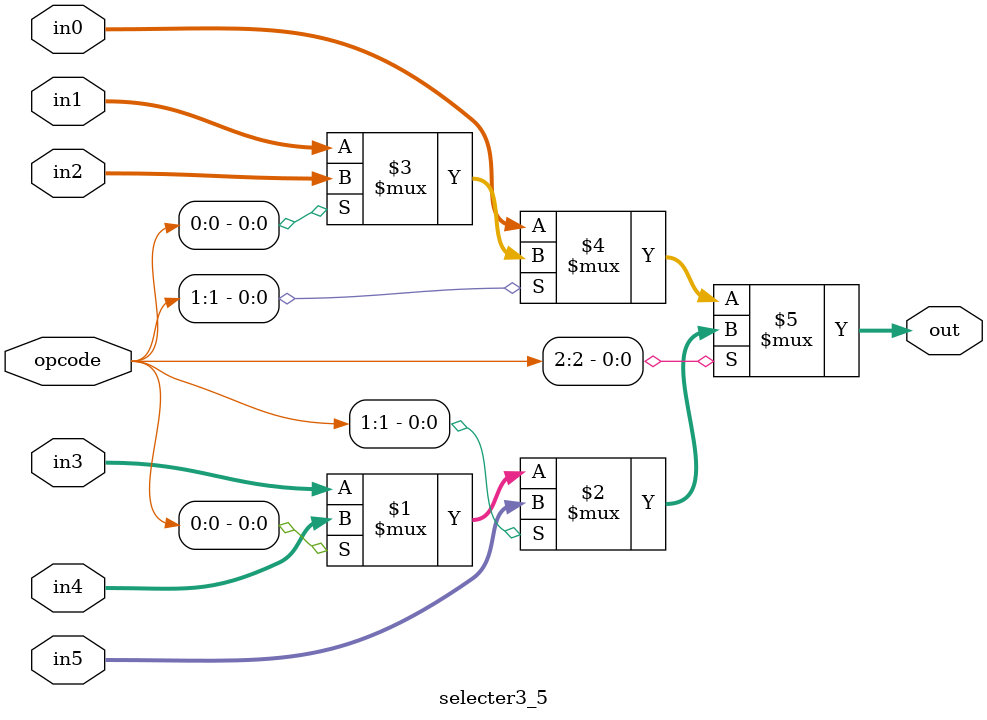
<source format=v>
module selecter3_5(opcode,out,in0,in1,in2,in3,in4,in5);
  input [2:0] opcode;
  input [31:0] in0,in1,in2,in3,in4,in5;
  output [31:0] out;
  wire [5:0] w;
  
  assign out = opcode[2]?(opcode[1]?in5:(opcode[0]?in4:in3)):(opcode[1]?(opcode[0]?in2:in1):in0);
  
endmodule

</source>
